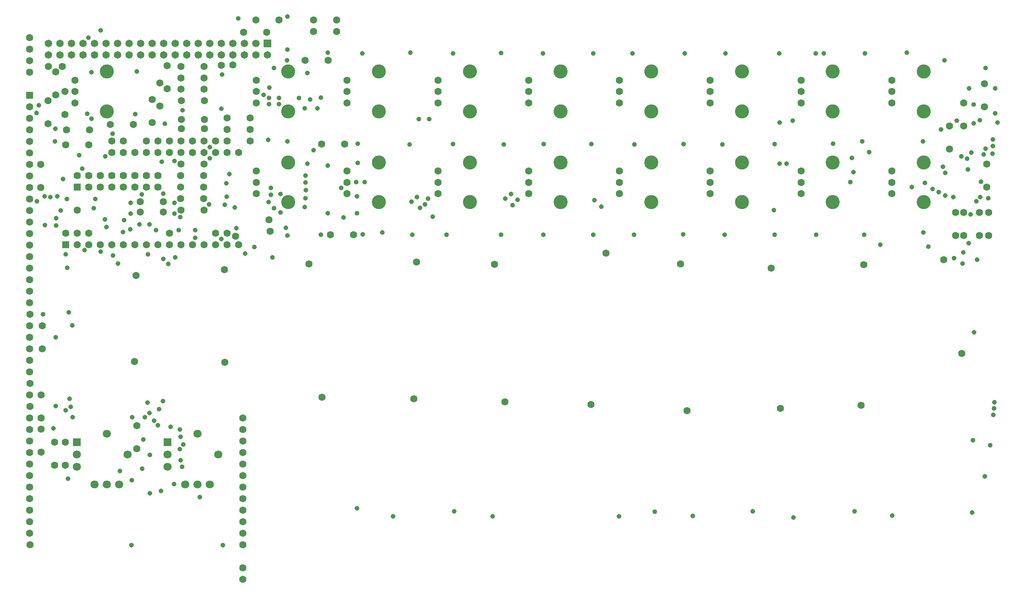
<source format=gbs>
%FSLAX33Y33*%
%MOMM*%
%AMRect-W1650000-H1650000-RO0.500*
21,1,1.65,1.65,0.,0.,270*%
%AMRect-W1600000-H1600000-RO0.500*
21,1,1.6,1.6,0.,0.,270*%
%ADD10C,1.0668*%
%ADD11C,1.6*%
%ADD12C,1.6*%
%ADD13R,1.8X1.8*%
%ADD14C,1.8*%
%ADD15C,1.6*%
%ADD16C,3.1*%
%ADD17C,1.6*%
%ADD18R,1.62X1.62*%
%ADD19C,1.62*%
%ADD20R,1.6X1.6*%
%ADD21C,1.65*%
%ADD22Rect-W1650000-H1650000-RO0.500*%
%ADD23Rect-W1600000-H1600000-RO0.500*%
D10*
%LNbottom solder mask_traces*%
G01*
X206550Y86736D03*
X34925Y85500D03*
X5017Y106950D03*
X196309Y118554D03*
X55765Y107225D03*
X90825Y86425D03*
X66400Y106275D03*
X210725Y17275D03*
X200325Y89875D03*
X31275Y36450D03*
X18700Y74725D03*
X210375Y82900D03*
X59792Y126500D03*
X109125Y87400D03*
X12052Y40500D03*
X21365Y73850D03*
X8718Y101803D03*
X156210Y78445D03*
X28376Y38225D03*
X207294Y103556D03*
X27750Y87308D03*
X52584Y75750D03*
X63850Y88275D03*
X8300Y35775D03*
X213475Y25175D03*
X199848Y98990D03*
X116332Y98445D03*
X68700Y83175D03*
X36244Y82325D03*
X64235Y94125D03*
X215175Y96333D03*
X19650Y81800D03*
X67218Y108687D03*
X8750Y40675D03*
X75150Y83185D03*
X21325Y100725D03*
X215575Y41525D03*
X4656Y85825D03*
X186495Y98990D03*
X12400Y58425D03*
X127229Y78475D03*
X215300Y97975D03*
X8875Y80445D03*
X90175Y85100D03*
X203350Y87821D03*
X88775Y103925D03*
X201016Y75844D03*
X204225Y93400D03*
X156362Y118445D03*
X187096Y118450D03*
X211060Y103022D03*
X212500Y86736D03*
X206705Y73304D03*
X23800Y81645D03*
X63675Y106275D03*
X197450Y88925D03*
X36275Y28725D03*
X29016Y41450D03*
X42725Y95325D03*
X213267Y96150D03*
X208340Y95725D03*
X135865Y118445D03*
X75336Y94310D03*
X109400Y84950D03*
X209600Y95175D03*
X86919Y118575D03*
X7600Y86725D03*
X55640Y85670D03*
X29550Y29971D03*
X8750Y55850D03*
X10975Y74150D03*
X76417Y78562D03*
X71671Y88775D03*
X36150Y35540D03*
X116180Y78445D03*
X9100Y86875D03*
X30887Y79481D03*
X31525Y39990D03*
X50475Y74261D03*
X187975Y96660D03*
X211060Y107163D03*
X23580Y79025D03*
X214650Y32075D03*
X26625Y114422D03*
X190475Y76212D03*
X13925Y95975D03*
X15981Y121900D03*
X127229Y118425D03*
X18650Y123475D03*
X39500Y79500D03*
X186950Y78450D03*
X19950Y80125D03*
X39484Y77750D03*
X146990Y78500D03*
X10975Y39750D03*
X6000Y60960D03*
X176200Y118445D03*
X147396Y118425D03*
X8592Y99035D03*
X29554Y21488D03*
X149125Y16450D03*
X215775Y110675D03*
X45466Y113716D03*
X210015Y110693D03*
X36700Y105855D03*
X15100Y75050D03*
X48600Y79900D03*
X128975Y84625D03*
X35843Y79431D03*
X204750Y92116D03*
X36150Y31164D03*
X8875Y82085D03*
X116154Y118445D03*
X54550Y109225D03*
X168199Y118450D03*
X33550Y72050D03*
X215500Y40175D03*
X6325Y86875D03*
X169800Y94125D03*
X107865Y86400D03*
X210490Y96590D03*
X16650Y104050D03*
X25450Y10025D03*
X32106Y94500D03*
X96317Y98445D03*
X72187Y82296D03*
X171150Y103625D03*
X75150Y86950D03*
X76860Y90068D03*
X96575Y17450D03*
X201975Y88525D03*
X35125Y73450D03*
X34925Y94700D03*
X184510Y92275D03*
X40525Y20650D03*
X180035Y98552D03*
X45985Y85055D03*
X208559Y72060D03*
X107467Y98323D03*
X17475Y86284D03*
X178003Y118445D03*
X36650Y27300D03*
X29421Y80750D03*
X32775Y102900D03*
X215350Y38725D03*
X204591Y116916D03*
X136246Y98349D03*
X6400Y80550D03*
X48231Y84494D03*
X91025Y103925D03*
X184800Y17450D03*
X11650Y61325D03*
X214224Y86450D03*
X12500Y38225D03*
X215300Y99471D03*
X68707Y118554D03*
X105075Y16425D03*
X58304Y87454D03*
X45600Y10000D03*
X25265Y83142D03*
X193075Y16575D03*
X32489Y87525D03*
X46330Y89810D03*
X68704Y93675D03*
X147142Y98445D03*
X215775Y105175D03*
X34925Y83075D03*
X86766Y98349D03*
X176301Y78450D03*
X212675Y90148D03*
X110500Y86175D03*
X17165Y84322D03*
X19700Y95750D03*
X62331Y108550D03*
X47015Y91829D03*
X32410Y41750D03*
X75336Y98480D03*
X29454Y39125D03*
X167157Y98445D03*
X167157Y78450D03*
X26311Y105000D03*
X204750Y87075D03*
X27844Y26925D03*
X57950Y107225D03*
X209956Y76581D03*
X136169Y78445D03*
X34825Y23500D03*
X32000Y22000D03*
X55765Y108550D03*
X96291Y118445D03*
X56856Y115189D03*
X46482Y86850D03*
X58297Y83400D03*
X91821Y82398D03*
X168250Y94125D03*
X64850Y108225D03*
X89070Y84375D03*
X28050Y33331D03*
X87351Y78450D03*
X14605Y93029D03*
X42554Y85104D03*
X132900Y16375D03*
X59848Y78303D03*
X45250Y77535D03*
X211600Y85806D03*
X15750Y105100D03*
X16675Y114249D03*
X29075Y74125D03*
X213677Y97392D03*
X25601Y38225D03*
X25280Y85505D03*
X88350Y86725D03*
X25225Y79675D03*
X55575Y99339D03*
X87200Y85700D03*
X27203Y80750D03*
X80775Y78990D03*
X183900Y90025D03*
X67158Y78445D03*
X56225Y87250D03*
X32500Y73150D03*
X55850Y110875D03*
X212421Y103705D03*
X184200Y95377D03*
X57981Y108550D03*
X64198Y114071D03*
X140800Y17375D03*
X48975Y126111D03*
X63825Y91450D03*
X36275Y33921D03*
X171350Y16100D03*
X65600Y97075D03*
X127475Y86050D03*
X56525Y73491D03*
X76302Y118445D03*
X42725Y97714D03*
X25500Y24380D03*
X63671Y84550D03*
X210875Y33125D03*
X209750Y92838D03*
X9850Y83790D03*
X216275Y103200D03*
X167000Y83875D03*
X208767Y74524D03*
X11287Y71200D03*
X22887Y26388D03*
X36906Y32207D03*
X56225Y88764D03*
X10350Y90750D03*
X22500Y72100D03*
X30485Y37490D03*
X59792Y119232D03*
X63825Y86500D03*
X213625Y115200D03*
X59700Y116850D03*
X75150Y18200D03*
X11218Y86300D03*
X59487Y79930D03*
X106934Y78445D03*
X56900Y84252D03*
X34050Y36144D03*
X94894Y78445D03*
X59848Y98990D03*
X126797Y98445D03*
X75006Y90068D03*
X11520Y24654D03*
X203875Y101645D03*
X11850Y42325D03*
X168294Y103175D03*
X211825Y72975D03*
X162325Y17525D03*
X4500Y105290D03*
X106883Y118475D03*
X211125Y56975D03*
X155677Y98323D03*
X199945Y78990D03*
X83125Y16425D03*
X63825Y90000D03*
X45244Y106250D03*
%LNbottom solder mask component 2cb417fd89b64ff1*%
D11*
X70675Y125755D03*
X65595Y125755D03*
%LNbottom solder mask component 2e96c5ec09cc2bff*%
D12*
X43970Y78805D03*
%LNbottom solder mask component 7be21fa8212241c2*%
D13*
X13400Y32700D03*
D14*
X13400Y30000D03*
X13400Y27300D03*
X17300Y23400D03*
X20000Y23400D03*
X22700Y23400D03*
X20000Y34600D03*
X24600Y30000D03*
%LNbottom solder mask component 87d4757989b5faab*%
D15*
X46514Y104205D03*
X51594Y104205D03*
%LNbottom solder mask component fae2ab7ca5d4c9bc*%
X67425Y42675D03*
%LNbottom solder mask component bec0dda99b6ebd7c*%
D12*
X132990Y92500D03*
X132990Y90000D03*
X132990Y87500D03*
D16*
X140000Y94394D03*
X140000Y85606D03*
%LNbottom solder mask component 0c936e703266551f*%
D15*
X50000Y10160D03*
%LNbottom solder mask component 58a1288a180aeb08*%
D17*
X207025Y78248D03*
X207025Y83328D03*
%LNbottom solder mask component a545dc4cd47ee866*%
D12*
X33810Y78805D03*
%LNbottom solder mask component 042c4324a2a84e17*%
X52990Y112500D03*
X52990Y110000D03*
X52990Y107500D03*
D16*
X60000Y114394D03*
X60000Y105606D03*
%LNbottom solder mask component e0f9281280bdbcf4*%
D12*
X92990Y92500D03*
X92990Y90000D03*
X92990Y87500D03*
D16*
X100000Y94394D03*
X100000Y85606D03*
%LNbottom solder mask component cfb32474af56c8fe*%
D18*
X13510Y88975D03*
D19*
X16050Y88975D03*
X18590Y88975D03*
X21130Y88975D03*
X23670Y88975D03*
X26210Y88975D03*
X28750Y88975D03*
X31290Y88975D03*
X13510Y91515D03*
X16050Y91515D03*
X18590Y91515D03*
X21130Y91515D03*
X23670Y91515D03*
X26210Y91515D03*
X28750Y91515D03*
X31290Y91515D03*
%LNbottom solder mask component edd2f8c4690b01ba*%
D15*
X46050Y50343D03*
%LNbottom solder mask component 7d0a4e2d061378cf*%
D11*
X41438Y83885D03*
X36358Y83885D03*
%LNbottom solder mask component 19b7ae7034783336*%
D12*
X214348Y83395D03*
X214348Y78315D03*
%LNbottom solder mask component 3cf36ddb64d95e52*%
D17*
X212350Y78315D03*
X212350Y83395D03*
%LNbottom solder mask component 32cc1e32022eae04*%
X7050Y102935D03*
X7050Y108015D03*
%LNbottom solder mask component adf83d82d2d88d45*%
D15*
X45949Y70725D03*
%LNbottom solder mask component 840a2754f238af4d*%
D12*
X43970Y99125D03*
%LNbottom solder mask component 5154ed8cd176cc8c*%
X41430Y99125D03*
%LNbottom solder mask component d62bc96d87e5019c*%
D15*
X50000Y2540D03*
%LNbottom solder mask component f7f6a4059ef4b564*%
D12*
X72990Y112500D03*
X72990Y110000D03*
X72990Y107500D03*
D16*
X80000Y114394D03*
X80000Y105606D03*
%LNbottom solder mask component 478e18b4a5e21ed9*%
D17*
X3000Y114300D03*
X3000Y116840D03*
%LNbottom solder mask component 28689b4c8158a79f*%
D11*
X74390Y78445D03*
X69310Y78445D03*
%LNbottom solder mask component ffc4da092a9a4fc5*%
D12*
X28730Y99125D03*
%LNbottom solder mask component 44887bd3d44aa71f*%
X8745Y114365D03*
X8745Y109285D03*
%LNbottom solder mask component dece1cff8e284f1a*%
X36358Y99125D03*
%LNbottom solder mask component a43a26ad2d4eb14a*%
X152990Y112500D03*
X152990Y110000D03*
X152990Y107500D03*
D16*
X160000Y114394D03*
X160000Y105606D03*
%LNbottom solder mask component 89ac62f37abc9e14*%
D12*
X21110Y99125D03*
%LNbottom solder mask component c392bcdfea8d8ea2*%
D15*
X47780Y115900D03*
%LNbottom solder mask component e784ba3ac1935508*%
D17*
X31700Y106776D03*
X31700Y111856D03*
%LNbottom solder mask component 3657576657a30115*%
D15*
X50000Y5080D03*
%LNbottom solder mask component 3f41394d43e5d88f*%
X10225Y115525D03*
%LNbottom solder mask component 03a79ee4714a553f*%
D12*
X172990Y92500D03*
X172990Y90000D03*
X172990Y87500D03*
D16*
X180000Y94394D03*
X180000Y85606D03*
%LNbottom solder mask component 37922efdc8d51755*%
D20*
X10975Y76265D03*
D15*
X13515Y76265D03*
X16055Y76265D03*
X18595Y76265D03*
X21135Y76265D03*
X23675Y76265D03*
X26215Y76265D03*
X28755Y76265D03*
X31295Y76265D03*
X33835Y76265D03*
X36375Y76265D03*
X38915Y76265D03*
X41455Y76265D03*
X43995Y76265D03*
X46535Y76265D03*
X49075Y76265D03*
X49075Y96585D03*
X46535Y96585D03*
X43995Y96585D03*
X41455Y96585D03*
X38915Y96585D03*
X36375Y96585D03*
X33835Y96585D03*
X31295Y96585D03*
X28755Y96585D03*
X26215Y96585D03*
X23675Y96585D03*
X21135Y96585D03*
%LNbottom solder mask component aa580201ffaa89d6*%
X50000Y20320D03*
%LNbottom solder mask component af1981297f4010f7*%
D12*
X23650Y99125D03*
%LNbottom solder mask component b8b07e4af1db7061*%
D11*
X57975Y125755D03*
X52895Y125755D03*
%LNbottom solder mask component 110faed1cc146b02*%
D17*
X33300Y110636D03*
X33300Y115716D03*
%LNbottom solder mask component 03a6b9848fb8370e*%
D15*
X107747Y41650D03*
%LNbottom solder mask component 22e543a28086d96e*%
D11*
X70675Y123215D03*
X65595Y123215D03*
%LNbottom solder mask component 5baf418b44386f3e*%
X41509Y101841D03*
X36429Y101841D03*
%LNbottom solder mask component 7fd2e291fd359170*%
D15*
X50000Y27940D03*
%LNbottom solder mask component 7583a494c62a08c3*%
X50000Y15240D03*
%LNbottom solder mask component 2ce9bceb47a0c645*%
D21*
X52860Y120650D03*
X50320Y120650D03*
X47780Y120650D03*
X45240Y120650D03*
X42700Y120650D03*
X40160Y120650D03*
X37620Y120650D03*
X35080Y120650D03*
X32540Y120650D03*
X30000Y120650D03*
X27460Y120650D03*
X24920Y120650D03*
X22380Y120650D03*
X19840Y120650D03*
X17300Y120650D03*
X14760Y120650D03*
X12220Y120650D03*
X9680Y120650D03*
X7140Y120650D03*
X55400Y118110D03*
X52860Y118110D03*
X50320Y118110D03*
X47780Y118110D03*
X45240Y118110D03*
X42700Y118110D03*
X40160Y118110D03*
X37620Y118110D03*
X35080Y118110D03*
X32540Y118110D03*
X30000Y118110D03*
X27460Y118110D03*
X24920Y118110D03*
X22380Y118110D03*
X19840Y118110D03*
X17300Y118110D03*
X14760Y118110D03*
X12220Y118110D03*
X9680Y118110D03*
X7140Y118110D03*
D22*
X55400Y120650D03*
%LNbottom solder mask component d1b8988840d6d78f*%
D12*
X46510Y78805D03*
%LNbottom solder mask component b8f167eb817f45c9*%
X13490Y83835D03*
X13490Y78755D03*
%LNbottom solder mask component 8d773e40d9ff8c97*%
D15*
X50177Y123047D03*
X55257Y123047D03*
%LNbottom solder mask component 8daf806579074e6c*%
X50000Y12700D03*
%LNbottom solder mask component 20eaf199acc821e9*%
X87675Y42300D03*
%LNbottom solder mask component 835bc4b13f0791df*%
X7140Y115525D03*
%LNbottom solder mask component 051bcd12e4b16a5d*%
X26441Y69475D03*
%LNbottom solder mask component fa4b46b3c3d02d04*%
X48375Y78075D03*
%LNbottom solder mask component 15295c3f1cff3500*%
X45240Y115825D03*
%LNbottom solder mask component f89053a2e4f60840*%
D12*
X5560Y35565D03*
X5560Y30485D03*
%LNbottom solder mask component 5a332b9c7c6b454e*%
D17*
X8500Y27620D03*
X8500Y32700D03*
%LNbottom solder mask component 3d096520bff5873b*%
D12*
X205725Y102435D03*
X205725Y97355D03*
%LNbottom solder mask component 76bc64773c60f07c*%
D17*
X3000Y119380D03*
X3000Y121920D03*
%LNbottom solder mask component 2b1495a865a6849a*%
D15*
X208450Y52325D03*
%LNbottom solder mask component 0140c6c654e9dc5b*%
X50000Y33020D03*
%LNbottom solder mask component 3b85729fa308793e*%
X105450Y71925D03*
%LNbottom solder mask component fa4405ad7fde1e15*%
D12*
X192990Y112500D03*
X192990Y110000D03*
X192990Y107500D03*
D16*
X200000Y114394D03*
X200000Y105606D03*
%LNbottom solder mask component 3244838e2437b951*%
D12*
X5850Y58400D03*
X5850Y53320D03*
%LNbottom solder mask component f7b75df1bdf2f181*%
D15*
X50000Y25400D03*
%LNbottom solder mask component 4705e07a40114c09*%
X36309Y86425D03*
X41389Y86425D03*
%LNbottom solder mask component 01015ca45b8bb0bc*%
D11*
X72465Y98455D03*
X67385Y98455D03*
%LNbottom solder mask component 794c30c688ef4a1d*%
D15*
X55800Y81750D03*
%LNbottom solder mask component ef78370791fd3d8b*%
D11*
X41389Y88965D03*
X36309Y88965D03*
%LNbottom solder mask component 948a008d14176e07*%
D15*
X50000Y17780D03*
%LNbottom solder mask component adc1909596e3bd48*%
X50000Y38100D03*
%LNbottom solder mask component ab6498ba432a0b55*%
X11160Y101525D03*
X16240Y101525D03*
%LNbottom solder mask component 3c2ce17cf2a01d3a*%
X88250Y72475D03*
%LNbottom solder mask component 5a4116c7e9b3a324*%
D12*
X72990Y92500D03*
X72990Y90000D03*
X72990Y87500D03*
D16*
X80000Y94394D03*
X80000Y85606D03*
%LNbottom solder mask component 020795961396f96f*%
D15*
X166450Y71120D03*
%LNbottom solder mask component 76a76e9b6007d48c*%
D12*
X112990Y92500D03*
X112990Y90000D03*
X112990Y87500D03*
D16*
X120000Y94394D03*
X120000Y85606D03*
%LNbottom solder mask component 179472fd52466dca*%
D12*
X38890Y99125D03*
%LNbottom solder mask component 33bb1b4331bcb5f2*%
X172990Y112500D03*
X172990Y110000D03*
X172990Y107500D03*
D16*
X180000Y114394D03*
X180000Y105606D03*
%LNbottom solder mask component 91ad611b2d09aec1*%
D15*
X50000Y30480D03*
%LNbottom solder mask component 1aa80e2305d3c3f5*%
X63706Y116850D03*
X68786Y116850D03*
%LNbottom solder mask component 7402d1aeef7f3f20*%
X50000Y35560D03*
%LNbottom solder mask component e8b37e7f08e4b4ce*%
D11*
X51594Y99125D03*
X46514Y99125D03*
%LNbottom solder mask component 511370af6c7919eb*%
D15*
X26111Y50495D03*
%LNbottom solder mask component 264957ead632d6c1*%
D11*
X32489Y85725D03*
X27409Y85725D03*
%LNbottom solder mask component bfe6143774099665*%
D15*
X36358Y94045D03*
X41438Y94045D03*
%LNbottom solder mask component 863ca0b2a523c33c*%
X186817Y71831D03*
%LNbottom solder mask component 2d214055c5945252*%
X147900Y39675D03*
%LNbottom solder mask component aff9f134acc6d168*%
X126746Y41025D03*
%LNbottom solder mask component 90a5760c096e9d9b*%
X186233Y40869D03*
%LNbottom solder mask component 28b624cef8888489*%
D12*
X33810Y99125D03*
%LNbottom solder mask component 707e6c11d1cca362*%
D15*
X46514Y101665D03*
X51594Y101665D03*
%LNbottom solder mask component c1f03332e9856203*%
D12*
X10860Y32700D03*
X10860Y27620D03*
%LNbottom solder mask component cc6bc24d7f5d853e*%
X92990Y112500D03*
X92990Y110000D03*
X92990Y107500D03*
D16*
X100000Y114394D03*
X100000Y105606D03*
%LNbottom solder mask component 5b22a68f09ffcba4*%
D17*
X26613Y31271D03*
X26613Y36351D03*
%LNbottom solder mask component 109cba4edaa46692*%
D15*
X64575Y72050D03*
%LNbottom solder mask component 17d3a0ee983cedc9*%
X36309Y91505D03*
X41389Y91505D03*
%LNbottom solder mask component 7c5862ef05c6b57e*%
D12*
X30000Y108286D03*
X30000Y103206D03*
%LNbottom solder mask component 3ee2067a7940f73c*%
D15*
X36350Y112992D03*
X41430Y112992D03*
%LNbottom solder mask component d72e272e4740b0c6*%
D12*
X10800Y110000D03*
X10800Y104920D03*
%LNbottom solder mask component e02c3f52298e31bf*%
D15*
X168478Y40150D03*
%LNbottom solder mask component 49beb2a2a790b48d*%
D17*
X213925Y88925D03*
X213925Y94005D03*
%LNbottom solder mask component 66a2352ef12547e6*%
D11*
X16090Y98275D03*
X11010Y98275D03*
%LNbottom solder mask component 0286a69b302c7373*%
D15*
X55975Y79250D03*
%LNbottom solder mask component f46c31dedb484b98*%
X50000Y22860D03*
%LNbottom solder mask component afb2019f5953c4e2*%
X36429Y107997D03*
X41509Y107997D03*
%LNbottom solder mask component e7393894ce705798*%
X36429Y103825D03*
X41509Y103825D03*
%LNbottom solder mask component 2391f7d3900d938a*%
D12*
X112990Y112500D03*
X112990Y110000D03*
X112990Y107500D03*
D16*
X120000Y114394D03*
X120000Y105606D03*
%LNbottom solder mask component 04f20976e88c6656*%
D15*
X204400Y72974D03*
%LNbottom solder mask component 9838140f6d8fc3a3*%
D11*
X32440Y83425D03*
X27360Y83425D03*
%LNbottom solder mask component 4de6dc9ddc697575*%
D12*
X213404Y111730D03*
X213404Y106650D03*
%LNbottom solder mask component d1bccda1b464fd03*%
X3000Y106680D03*
X3000Y104140D03*
X3000Y101600D03*
X3000Y99060D03*
X3000Y96520D03*
X3000Y93980D03*
X3000Y91440D03*
X3000Y88900D03*
X3000Y86360D03*
X3000Y83820D03*
X3000Y81280D03*
X3000Y78740D03*
X3000Y76200D03*
X3000Y73660D03*
X3000Y71120D03*
X3000Y68580D03*
X3000Y66040D03*
X3000Y63500D03*
X3075Y60960D03*
X3000Y58420D03*
X3000Y55880D03*
X3000Y53340D03*
X3000Y50800D03*
X3000Y48260D03*
X3075Y45720D03*
X3000Y43180D03*
X3075Y40640D03*
X3000Y38100D03*
X3000Y35560D03*
X3000Y33020D03*
X3000Y30480D03*
X3000Y27940D03*
X3000Y25400D03*
X3000Y22860D03*
X3000Y20320D03*
X3000Y17780D03*
X3000Y15240D03*
X3000Y12700D03*
X3075Y10160D03*
D23*
X3000Y109220D03*
%LNbottom solder mask component 8161a00624e99dd4*%
D15*
X129975Y74400D03*
%LNbottom solder mask component 52a1b1ca2b1d3003*%
X146400Y72034D03*
%LNbottom solder mask component 4522c9ecbdecab07*%
D12*
X192990Y92500D03*
X192990Y90000D03*
X192990Y87500D03*
D16*
X200000Y94394D03*
X200000Y85606D03*
%LNbottom solder mask component be6dae4a381f52ea*%
D12*
X16030Y78755D03*
%LNbottom solder mask component e90434b9302ec0b9*%
D15*
X36350Y115541D03*
X41430Y115541D03*
%LNbottom solder mask component 67d4a41e6537866a*%
D12*
X152990Y92500D03*
X152990Y90000D03*
X152990Y87500D03*
D16*
X160000Y94394D03*
X160000Y85606D03*
%LNbottom solder mask component 42107fc99cd43302*%
D15*
X20835Y102781D03*
X25915Y102781D03*
%LNbottom solder mask component fca1a590c33dcb53*%
D12*
X5450Y93980D03*
X5450Y88900D03*
%LNbottom solder mask component 175f9e2f385f0166*%
D17*
X208875Y102435D03*
X208875Y107515D03*
%LNbottom solder mask component 45386d5e65213c57*%
X5540Y38100D03*
X5540Y43180D03*
%LNbottom solder mask component fb25c8ebd593f1df*%
D13*
X33400Y32700D03*
D14*
X33400Y30000D03*
X33400Y27300D03*
X37300Y23400D03*
X40000Y23400D03*
X42700Y23400D03*
X40000Y34600D03*
X44600Y30000D03*
%LNbottom solder mask component 620a4f717f976fc9*%
D12*
X10950Y78755D03*
%LNbottom solder mask component 4cda8897de2b8f63*%
D11*
X41430Y110537D03*
X36350Y110537D03*
%LNbottom solder mask component 1902cf21c92c7046*%
D12*
X31270Y99125D03*
%LNbottom solder mask component ff3ab2f5c9e2528b*%
X12990Y112500D03*
X12990Y110000D03*
X12990Y107500D03*
D16*
X20000Y114394D03*
X20000Y105606D03*
%LNbottom solder mask component 868ac84068513009*%
D12*
X52990Y92500D03*
X52990Y90000D03*
X52990Y87500D03*
D16*
X60000Y94394D03*
X60000Y85606D03*
%LNbottom solder mask component ead1c16da722a230*%
D12*
X132990Y112500D03*
X132990Y110000D03*
X132990Y107500D03*
D16*
X140000Y114394D03*
X140000Y105606D03*
%LNbottom solder mask component fcb33d2da6a8351b*%
D17*
X208879Y78248D03*
X208879Y83328D03*
M02*
</source>
